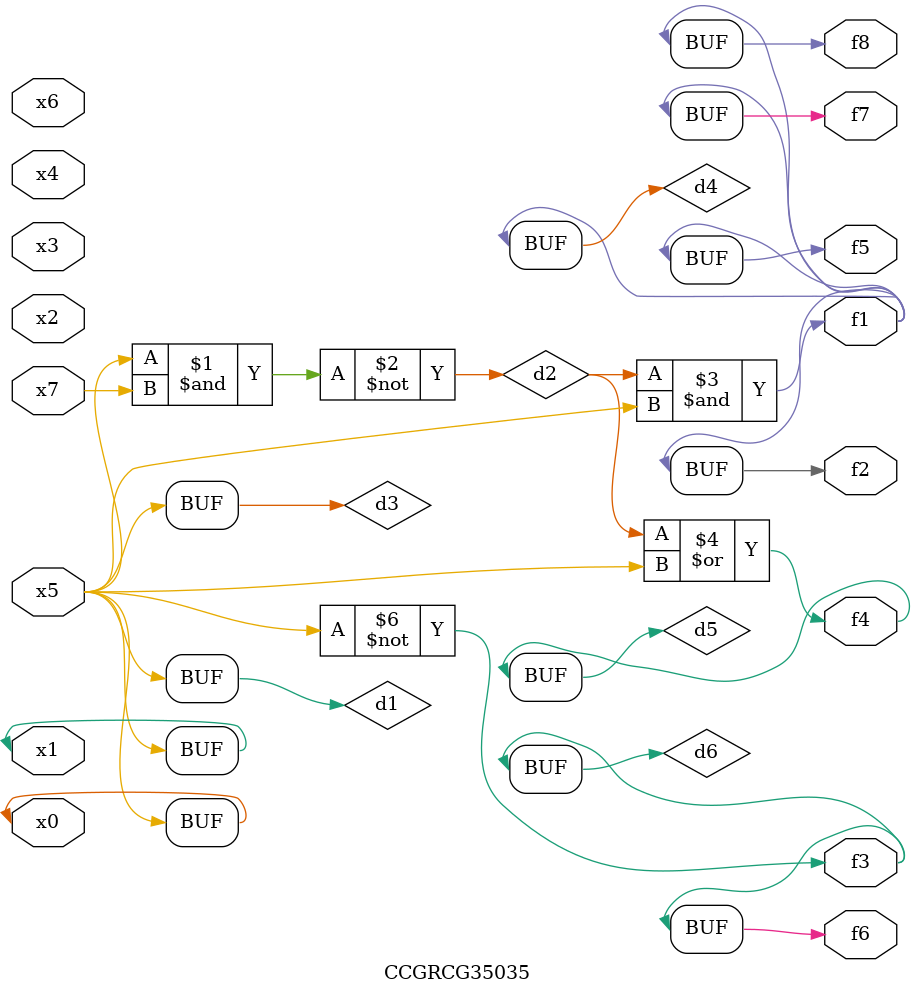
<source format=v>
module CCGRCG35035(
	input x0, x1, x2, x3, x4, x5, x6, x7,
	output f1, f2, f3, f4, f5, f6, f7, f8
);

	wire d1, d2, d3, d4, d5, d6;

	buf (d1, x0, x5);
	nand (d2, x5, x7);
	buf (d3, x0, x1);
	and (d4, d2, d3);
	or (d5, d2, d3);
	nor (d6, d1, d3);
	assign f1 = d4;
	assign f2 = d4;
	assign f3 = d6;
	assign f4 = d5;
	assign f5 = d4;
	assign f6 = d6;
	assign f7 = d4;
	assign f8 = d4;
endmodule

</source>
